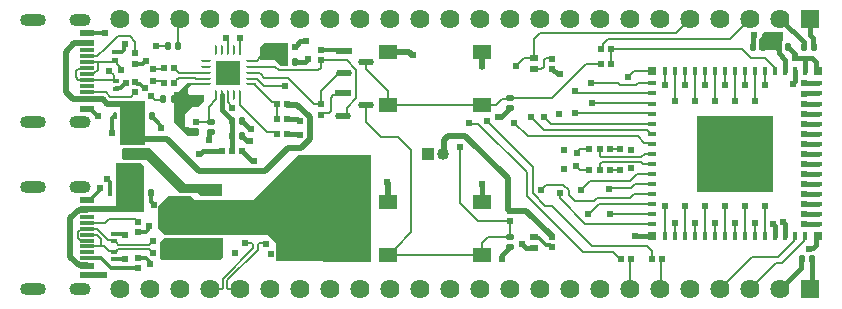
<source format=gtl>
G04*
G04 #@! TF.GenerationSoftware,Altium Limited,Altium Designer,25.4.2 (15)*
G04*
G04 Layer_Physical_Order=1*
G04 Layer_Color=255*
%FSLAX25Y25*%
%MOIN*%
G70*
G04*
G04 #@! TF.SameCoordinates,6D7273DC-0862-4ADB-9A81-04C38C25D803*
G04*
G04*
G04 #@! TF.FilePolarity,Positive*
G04*
G01*
G75*
%ADD11C,0.00600*%
%ADD16R,0.02362X0.02126*%
G04:AMPARAMS|DCode=17|XSize=23.62mil|YSize=21.26mil|CornerRadius=5.63mil|HoleSize=0mil|Usage=FLASHONLY|Rotation=180.000|XOffset=0mil|YOffset=0mil|HoleType=Round|Shape=RoundedRectangle|*
%AMROUNDEDRECTD17*
21,1,0.02362,0.00999,0,0,180.0*
21,1,0.01235,0.02126,0,0,180.0*
1,1,0.01127,-0.00618,0.00500*
1,1,0.01127,0.00618,0.00500*
1,1,0.01127,0.00618,-0.00500*
1,1,0.01127,-0.00618,-0.00500*
%
%ADD17ROUNDEDRECTD17*%
%ADD18R,0.02362X0.01378*%
G04:AMPARAMS|DCode=19|XSize=23.62mil|YSize=21.26mil|CornerRadius=5.63mil|HoleSize=0mil|Usage=FLASHONLY|Rotation=90.000|XOffset=0mil|YOffset=0mil|HoleType=Round|Shape=RoundedRectangle|*
%AMROUNDEDRECTD19*
21,1,0.02362,0.00999,0,0,90.0*
21,1,0.01235,0.02126,0,0,90.0*
1,1,0.01127,0.00500,0.00618*
1,1,0.01127,0.00500,-0.00618*
1,1,0.01127,-0.00500,-0.00618*
1,1,0.01127,-0.00500,0.00618*
%
%ADD19ROUNDEDRECTD19*%
%ADD20R,0.02126X0.02362*%
%ADD21R,0.01378X0.02362*%
%ADD22R,0.06102X0.05118*%
%ADD23R,0.05343X0.02253*%
G04:AMPARAMS|DCode=24|XSize=53.43mil|YSize=22.53mil|CornerRadius=11.26mil|HoleSize=0mil|Usage=FLASHONLY|Rotation=0.000|XOffset=0mil|YOffset=0mil|HoleType=Round|Shape=RoundedRectangle|*
%AMROUNDEDRECTD24*
21,1,0.05343,0.00000,0,0,0.0*
21,1,0.03091,0.02253,0,0,0.0*
1,1,0.02253,0.01545,0.00000*
1,1,0.02253,-0.01545,0.00000*
1,1,0.02253,-0.01545,0.00000*
1,1,0.02253,0.01545,0.00000*
%
%ADD24ROUNDEDRECTD24*%
%ADD25R,0.03150X0.03150*%
%ADD26R,0.03150X0.01575*%
%ADD27R,0.01575X0.03150*%
%ADD28R,0.04724X0.04724*%
G04:AMPARAMS|DCode=29|XSize=33.06mil|YSize=9.55mil|CornerRadius=4.77mil|HoleSize=0mil|Usage=FLASHONLY|Rotation=270.000|XOffset=0mil|YOffset=0mil|HoleType=Round|Shape=RoundedRectangle|*
%AMROUNDEDRECTD29*
21,1,0.03306,0.00000,0,0,270.0*
21,1,0.02351,0.00955,0,0,270.0*
1,1,0.00955,0.00000,-0.01176*
1,1,0.00955,0.00000,0.01176*
1,1,0.00955,0.00000,0.01176*
1,1,0.00955,0.00000,-0.01176*
%
%ADD29ROUNDEDRECTD29*%
%ADD30R,0.04528X0.02362*%
%ADD31R,0.02756X0.02362*%
G04:AMPARAMS|DCode=32|XSize=125.98mil|YSize=68.9mil|CornerRadius=2.07mil|HoleSize=0mil|Usage=FLASHONLY|Rotation=90.000|XOffset=0mil|YOffset=0mil|HoleType=Round|Shape=RoundedRectangle|*
%AMROUNDEDRECTD32*
21,1,0.12598,0.06476,0,0,90.0*
21,1,0.12185,0.06890,0,0,90.0*
1,1,0.00413,0.03238,0.06093*
1,1,0.00413,0.03238,-0.06093*
1,1,0.00413,-0.03238,-0.06093*
1,1,0.00413,-0.03238,0.06093*
%
%ADD32ROUNDEDRECTD32*%
G04:AMPARAMS|DCode=33|XSize=35.43mil|YSize=68.9mil|CornerRadius=1.95mil|HoleSize=0mil|Usage=FLASHONLY|Rotation=90.000|XOffset=0mil|YOffset=0mil|HoleType=Round|Shape=RoundedRectangle|*
%AMROUNDEDRECTD33*
21,1,0.03543,0.06500,0,0,90.0*
21,1,0.03154,0.06890,0,0,90.0*
1,1,0.00390,0.03250,0.01577*
1,1,0.00390,0.03250,-0.01577*
1,1,0.00390,-0.03250,-0.01577*
1,1,0.00390,-0.03250,0.01577*
%
%ADD33ROUNDEDRECTD33*%
%ADD34R,0.04528X0.01181*%
%ADD35R,0.00955X0.03306*%
G04:AMPARAMS|DCode=36|XSize=9.55mil|YSize=33.06mil|CornerRadius=4.77mil|HoleSize=0mil|Usage=FLASHONLY|Rotation=270.000|XOffset=0mil|YOffset=0mil|HoleType=Round|Shape=RoundedRectangle|*
%AMROUNDEDRECTD36*
21,1,0.00955,0.02351,0,0,270.0*
21,1,0.00000,0.03306,0,0,270.0*
1,1,0.00955,-0.01176,0.00000*
1,1,0.00955,-0.01176,0.00000*
1,1,0.00955,0.01176,0.00000*
1,1,0.00955,0.01176,0.00000*
%
%ADD36ROUNDEDRECTD36*%
%ADD47R,0.08071X0.08071*%
G04:AMPARAMS|DCode=53|XSize=39.37mil|YSize=70.87mil|CornerRadius=19.68mil|HoleSize=0mil|Usage=FLASHONLY|Rotation=270.000|XOffset=0mil|YOffset=0mil|HoleType=Round|Shape=RoundedRectangle|*
%AMROUNDEDRECTD53*
21,1,0.03937,0.03150,0,0,270.0*
21,1,0.00000,0.07087,0,0,270.0*
1,1,0.03937,-0.01575,0.00000*
1,1,0.03937,-0.01575,0.00000*
1,1,0.03937,0.01575,0.00000*
1,1,0.03937,0.01575,0.00000*
%
%ADD53ROUNDEDRECTD53*%
G04:AMPARAMS|DCode=54|XSize=39.37mil|YSize=86.61mil|CornerRadius=19.68mil|HoleSize=0mil|Usage=FLASHONLY|Rotation=270.000|XOffset=0mil|YOffset=0mil|HoleType=Round|Shape=RoundedRectangle|*
%AMROUNDEDRECTD54*
21,1,0.03937,0.04724,0,0,270.0*
21,1,0.00000,0.08661,0,0,270.0*
1,1,0.03937,-0.02362,0.00000*
1,1,0.03937,-0.02362,0.00000*
1,1,0.03937,0.02362,0.00000*
1,1,0.03937,0.02362,0.00000*
%
%ADD54ROUNDEDRECTD54*%
%ADD58R,0.01575X0.01575*%
%ADD59C,0.01500*%
%ADD60C,0.00603*%
%ADD61C,0.01200*%
%ADD62C,0.02000*%
%ADD63C,0.06400*%
%ADD64R,0.06400X0.06400*%
%ADD65R,0.04000X0.04000*%
%ADD66C,0.04000*%
%ADD67R,0.04000X0.04000*%
%ADD68C,0.02400*%
G36*
X255800Y87800D02*
X255600Y87600D01*
Y86121D01*
X255599Y86118D01*
Y84900D01*
X255557Y84400D01*
X248100D01*
X248000Y84441D01*
Y88189D01*
X248065Y88254D01*
X248073Y88273D01*
X248900Y89100D01*
Y89800D01*
X249600Y90500D01*
X255800D01*
Y87800D01*
D02*
G37*
G36*
X91000Y79300D02*
X88600D01*
X86600Y81300D01*
X81500D01*
Y85500D01*
X82900Y86900D01*
X91000D01*
Y79300D01*
D02*
G37*
G36*
X58500Y72512D02*
X57500Y71800D01*
Y70400D01*
X58100Y69700D01*
X62400D01*
X63000Y69100D01*
Y67671D01*
X60929Y65600D01*
X58800D01*
X56550Y63350D01*
Y59300D01*
X57050Y58800D01*
X58019D01*
Y58638D01*
X61100D01*
Y56200D01*
Y56000D01*
X57700Y56000D01*
X53100Y60600D01*
X53100Y70700D01*
X54600D01*
X57412Y73600D01*
X58500D01*
Y72512D01*
D02*
G37*
G36*
X43300Y53020D02*
X36000D01*
X35901Y53000D01*
X35000D01*
Y60519D01*
X35009D01*
Y64881D01*
X35000D01*
Y67500D01*
X43300D01*
Y53020D01*
D02*
G37*
G36*
X227900Y62600D02*
X252600D01*
Y37200D01*
X227556D01*
X227204Y37555D01*
X227392Y62456D01*
X227854Y62646D01*
X227900Y62600D01*
D02*
G37*
G36*
X57000Y40000D02*
X69000D01*
Y36000D01*
X62000D01*
X61000Y37000D01*
X55000D01*
X44000Y48000D01*
X37895Y48000D01*
X37895Y48000D01*
X37105D01*
X37105Y48000D01*
X36000D01*
X35500Y48500D01*
X35500Y51500D01*
X36000Y52000D01*
X45000D01*
X57000Y40000D01*
D02*
G37*
G36*
X118700Y14156D02*
X118344Y13806D01*
X86855Y14300D01*
Y20253D01*
X84208Y22900D01*
X49900D01*
X47600Y25200D01*
Y32400D01*
X51000Y35800D01*
X58500Y35800D01*
X59700Y34600D01*
X79279D01*
X94779Y49400D01*
X118700D01*
Y14156D01*
D02*
G37*
G36*
X35922Y46996D02*
X36000Y46980D01*
X36000D01*
D01*
X37105D01*
X37105Y46980D01*
X37895D01*
X37895Y46980D01*
X41720Y46980D01*
X42900Y45800D01*
Y30400D01*
X33700D01*
X33500Y30600D01*
Y47000D01*
X35901D01*
X35922Y46996D01*
D02*
G37*
G36*
X69400Y15700D02*
X68200Y14500D01*
X48800D01*
X48300Y15000D01*
Y20600D01*
X49500Y21800D01*
X69400D01*
Y15700D01*
D02*
G37*
D11*
X74968Y88368D02*
X75000Y88400D01*
X74968Y84573D02*
Y88368D01*
X74937Y84541D02*
X74968Y84573D01*
X31300Y28200D02*
X39883D01*
X40882Y27201D02*
X41000D01*
X23984Y26921D02*
X30021D01*
X39883Y28200D02*
X40882Y27201D01*
X30021Y26921D02*
X31300Y28200D01*
X154400Y59982D02*
X170600Y43782D01*
X30300Y85300D02*
X34200Y89200D01*
X83091Y75300D02*
X91000D01*
X99700Y66600D01*
X101900Y62999D02*
X102463Y63562D01*
X104643D02*
X105229Y64148D01*
Y68629D02*
X106068Y69468D01*
X108843D01*
X192273Y19327D02*
X210653D01*
X179093Y68693D02*
X190400Y80000D01*
X148400Y33376D02*
Y52300D01*
Y33376D02*
X154178Y27598D01*
X155650Y66142D02*
X160249D01*
X165000Y68693D02*
X179093D01*
X160249Y66142D02*
X162319Y68212D01*
X176782Y32600D02*
X179000D01*
X190400Y80000D02*
X195299D01*
X124350Y66142D02*
X155650D01*
X164519Y68212D02*
X165000Y68693D01*
X162319Y68212D02*
X164519D01*
X124350Y66142D02*
Y70950D01*
X117000Y78300D02*
X124350Y70950D01*
X117000Y78300D02*
Y80600D01*
X173000Y81870D02*
Y88300D01*
X198701Y80000D02*
Y85000D01*
X242272D01*
X212355Y63373D02*
X212382Y63346D01*
X45200Y69100D02*
X45579D01*
X83179Y84400D02*
X84279Y85500D01*
X80554Y75009D02*
X82963Y72600D01*
X27421Y82421D02*
X30300Y85300D01*
X46679Y68000D02*
X49706D01*
X78541Y78969D02*
X86769D01*
X53317Y66662D02*
X55500Y64479D01*
X30136Y70610D02*
X30300Y70446D01*
X71023Y67056D02*
Y69436D01*
X71000Y84541D02*
Y87700D01*
X54193Y94193D02*
X55000Y95000D01*
X72307Y61000D02*
Y61118D01*
X54193Y86000D02*
Y94193D01*
X64500Y60693D02*
Y65500D01*
X70200Y88500D02*
X71000Y87700D01*
X67063Y68063D02*
Y69459D01*
X81391Y77000D02*
X81937Y76454D01*
X83091Y75300D01*
X86736Y67181D02*
X87299Y66618D01*
X79672Y73063D02*
X85553Y67181D01*
X87299Y61500D02*
Y66500D01*
Y66618D01*
X85553Y67181D02*
X86736D01*
X78541Y73063D02*
X79672D01*
X47000Y86000D02*
X50807D01*
X45579Y69100D02*
X46679Y68000D01*
X64496Y60697D02*
X64500Y60693D01*
X46900Y85900D02*
X47000Y86000D01*
X55500Y59000D02*
Y64479D01*
X59504Y60697D02*
X64496D01*
X59500Y60701D02*
X59504Y60697D01*
X53317Y66662D02*
Y68708D01*
X57638Y73063D02*
X63459D01*
X194628Y33228D02*
X212382D01*
X198382Y29882D02*
X212382D01*
X191100Y29700D02*
X194628Y33228D01*
X169470Y81870D02*
X173000D01*
X166800Y79200D02*
X169470Y81870D01*
X170600Y35953D02*
Y43782D01*
Y35953D02*
X189226Y17327D01*
X200882Y15681D02*
X201236D01*
X100919Y77819D02*
X101800Y78700D01*
X207600Y55713D02*
X209718Y53594D01*
X212094D02*
X212382Y53307D01*
X209718Y53594D02*
X212094D01*
X170787Y55713D02*
X207600D01*
X74937Y66263D02*
X84019Y57181D01*
X74937Y66263D02*
Y66700D01*
X71023Y67056D02*
X72400Y65679D01*
X74937Y66700D02*
Y69459D01*
X78541Y77000D02*
X81391D01*
X80563Y80937D02*
X81726Y82100D01*
X55500Y59000D02*
X56638Y57862D01*
X82800Y84400D02*
X83179D01*
X84279Y85500D02*
X89799D01*
X179000Y32600D02*
X192273Y19327D01*
X210653D02*
X212299Y17681D01*
X211307Y56941D02*
X211595Y56653D01*
X207522Y73386D02*
X212382D01*
X171900Y62072D02*
X176259Y57713D01*
X210721D02*
X211307Y57127D01*
X192100Y73600D02*
X201100D01*
X201779Y72921D01*
X211595Y56653D02*
X212382D01*
X172600Y36782D02*
Y45600D01*
X201779Y72921D02*
X207057D01*
X207522Y73386D01*
X212299Y15000D02*
Y17681D01*
X78564Y75009D02*
X80554D01*
X172600Y36782D02*
X176782Y32600D01*
X78541Y75032D02*
X78564Y75009D01*
X253039Y77807D02*
X253327Y77520D01*
X250011Y81972D02*
X253039Y78944D01*
X101800Y81099D02*
X110535D01*
X110480Y65186D02*
X113687Y68393D01*
X175429Y78130D02*
X176313Y79014D01*
X253039Y77807D02*
Y78944D01*
X101800Y78700D02*
Y81099D01*
X242272Y85000D02*
X245300Y81972D01*
X113687Y68393D02*
Y77948D01*
X166300Y60200D02*
X170787Y55713D01*
X245300Y81972D02*
X250011D01*
X109902Y62560D02*
X110480Y63138D01*
X192454Y66746D02*
X212328D01*
X110480Y63138D02*
Y65186D01*
X195299Y85000D02*
X195862Y85563D01*
X110535Y81099D02*
X113687Y77948D01*
X109415Y62560D02*
X109902D01*
X71000Y69459D02*
X71023Y69436D01*
X189226Y17327D02*
X199236D01*
X157200Y61000D02*
X172600Y45600D01*
X249980Y77520D02*
X249990Y77510D01*
X206203Y36575D02*
X212382D01*
X38562Y69000D02*
X39982Y70420D01*
X108843Y69468D02*
X109415Y70040D01*
X102463Y63562D02*
X104643D01*
X99700Y66600D02*
X101701D01*
X101900Y66401D01*
X86769Y78969D02*
X87918Y77819D01*
X155650Y20114D02*
X157728Y22193D01*
X124843Y16142D02*
X126902Y18201D01*
X122000Y55600D02*
X127700D01*
X132100Y23891D02*
Y51200D01*
X116900Y60700D02*
Y66300D01*
X127700Y55600D02*
X132100Y51200D01*
X87918Y77819D02*
X100919D01*
X157728Y22193D02*
X165000D01*
X126902Y18201D02*
Y18693D01*
X132100Y23891D01*
X154178Y27598D02*
X165000D01*
X124350Y16142D02*
X155650D01*
X165000Y22193D02*
Y27598D01*
X124350Y16142D02*
X124843D01*
X155650D02*
Y20114D01*
X116900Y60700D02*
X122000Y55600D01*
X249990Y73010D02*
Y77510D01*
Y73010D02*
X250000Y73000D01*
X211307Y56941D02*
Y57127D01*
X58937Y57862D02*
X59500Y57299D01*
X215350Y5350D02*
Y14650D01*
X69023Y66700D02*
X69032Y66709D01*
X215350Y14650D02*
X215701Y15000D01*
X205100Y14900D02*
X205201Y15000D01*
X89799Y85500D02*
X89803Y85496D01*
X56638Y57862D02*
X58937D01*
X205000Y5000D02*
X205100Y5100D01*
Y14900D01*
X89803Y80504D02*
X89807Y80500D01*
X64500Y65500D02*
X67063Y68063D01*
X215000Y5000D02*
X215350Y5350D01*
X107970Y76860D02*
X109515D01*
X101900Y66401D02*
Y70790D01*
X187740Y70039D02*
X212382D01*
X101900Y70790D02*
X107970Y76860D01*
X105229Y64148D02*
Y68629D01*
X239941Y77520D02*
X239970Y77490D01*
X246649Y67544D02*
Y77505D01*
X216516Y73020D02*
Y77520D01*
Y22402D02*
Y32362D01*
X249980Y22402D02*
Y32362D01*
X246634Y22402D02*
Y26902D01*
X243287Y22402D02*
Y32362D01*
X239941Y22402D02*
Y26902D01*
X236595Y22402D02*
Y32362D01*
X233248Y22402D02*
Y26902D01*
X229902Y22402D02*
Y32362D01*
X226555Y22402D02*
Y26902D01*
X239970Y67529D02*
Y77490D01*
Y67529D02*
X240000Y67500D01*
X236595Y73020D02*
Y77520D01*
X243287Y73020D02*
Y77520D01*
X204412Y75621D02*
X206310Y77520D01*
X233248Y67559D02*
Y77520D01*
X263079Y22114D02*
X263366Y22402D01*
X186627Y63373D02*
X212355D01*
X212328Y66746D02*
X212382Y66693D01*
X192400Y66800D02*
X192454Y66746D01*
X186600Y63400D02*
X186627Y63373D01*
X188600Y37900D02*
Y38000D01*
X190065Y26535D02*
X212382D01*
X181500Y35100D02*
Y37000D01*
Y35100D02*
X190065Y26535D01*
X198300Y38400D02*
X205200D01*
X198100Y38200D02*
X198300Y38400D01*
X206721Y39921D02*
X212382D01*
X186879Y70900D02*
X187740Y70039D01*
X186500Y70900D02*
X186879D01*
X178600Y60000D02*
X212382D01*
X176400Y62200D02*
X178600Y60000D01*
X178996Y81705D02*
X179000Y81701D01*
X173000Y78130D02*
X175429D01*
X176313Y79014D02*
Y81113D01*
X176905Y81705D01*
X178996D01*
X206310Y77520D02*
X212382D01*
X204390Y75621D02*
X204412D01*
X82963Y72600D02*
X89882D01*
X175000Y90300D02*
X220300D01*
X173000Y88300D02*
X175000Y90300D01*
X220300D02*
X225000Y95000D01*
X75693Y55916D02*
Y56000D01*
X87299Y56500D02*
Y56618D01*
X253485Y13485D02*
X255586D01*
X205200Y38400D02*
X206721Y39921D01*
X86736Y57181D02*
X87299Y56618D01*
X84019Y57181D02*
X86736D01*
X75693Y60882D02*
Y61000D01*
X259732Y20823D02*
Y22114D01*
X260020Y22402D01*
X245485Y15485D02*
X254394D01*
X235000Y5000D02*
X245485Y15485D01*
X254394D02*
X259732Y20823D01*
X263079Y20977D02*
Y22114D01*
X255586Y13485D02*
X263079Y20977D01*
X245000Y5000D02*
X253485Y13485D01*
X30300Y70446D02*
X31746Y69000D01*
X53300Y68725D02*
X57638Y73063D01*
X53300Y68725D02*
X53317Y68708D01*
X39982Y70420D02*
X40100D01*
X78541Y80937D02*
X80563D01*
X23984Y70610D02*
X30136D01*
X81726Y82100D02*
X82000D01*
X31746Y69000D02*
X38562D01*
X40100Y83421D02*
Y87300D01*
X23984Y82421D02*
X27421D01*
X34200Y89200D02*
X38200D01*
X40100Y87300D01*
X219862Y22402D02*
Y26902D01*
X223209Y73020D02*
Y77520D01*
X219862Y67559D02*
Y77520D01*
X226555Y67559D02*
Y77520D01*
X223209Y22402D02*
Y32362D01*
X229902Y73020D02*
Y77520D01*
X207239Y43268D02*
X212382D01*
X188600Y38000D02*
X191500Y40900D01*
X204872D02*
X207239Y43268D01*
X191500Y40900D02*
X204872D01*
X171900Y62072D02*
Y62100D01*
X176259Y57713D02*
X210721D01*
X197635Y88300D02*
X238300D01*
X245000Y95000D01*
X195862Y86527D02*
X197635Y88300D01*
X195862Y85563D02*
Y86527D01*
X202362Y14319D02*
X202407D01*
X201236Y15681D02*
X201799Y15118D01*
X199236Y17327D02*
X200882Y15681D01*
X151200Y60100D02*
X151318Y59982D01*
X154400D01*
X201799Y14882D02*
Y15118D01*
X72400Y65300D02*
Y65679D01*
X192872Y34300D02*
X193800Y35228D01*
X186482Y34300D02*
X192872D01*
X204857Y35228D02*
X206203Y36575D01*
X177100Y39700D02*
X182618D01*
X184550Y37768D01*
Y36232D02*
X186482Y34300D01*
X193800Y35228D02*
X204857D01*
X184550Y36232D02*
Y37768D01*
X175300Y37900D02*
X177100Y39700D01*
D16*
X60200Y57299D02*
D03*
Y60701D02*
D03*
X40100Y70420D02*
D03*
Y73821D02*
D03*
Y83421D02*
D03*
Y80020D02*
D03*
X41100Y15200D02*
D03*
X41000Y23799D02*
D03*
X101900Y62999D02*
D03*
Y66401D02*
D03*
X101800Y84501D02*
D03*
Y81099D02*
D03*
X179000Y78299D02*
D03*
Y81701D02*
D03*
Y22201D02*
D03*
Y18799D02*
D03*
X41000Y27201D02*
D03*
X41100Y11798D02*
D03*
X165000Y31000D02*
D03*
Y27598D02*
D03*
D17*
X65200Y60693D02*
D03*
Y57307D02*
D03*
X165000Y68693D02*
D03*
Y65307D02*
D03*
Y18807D02*
D03*
X56500Y34707D02*
D03*
X57800Y23993D02*
D03*
X52800D02*
D03*
X56500Y38093D02*
D03*
X57800Y20607D02*
D03*
X52800D02*
D03*
X165000Y22193D02*
D03*
D18*
X33600Y71700D02*
D03*
Y74259D02*
D03*
X33400Y83880D02*
D03*
Y81321D02*
D03*
X33000Y23280D02*
D03*
Y14720D02*
D03*
Y17279D02*
D03*
Y20720D02*
D03*
D19*
X52793Y68100D02*
D03*
X49407D02*
D03*
X45586Y62600D02*
D03*
X42200D02*
D03*
X41807Y37000D02*
D03*
X45193D02*
D03*
X266193Y85500D02*
D03*
X257693D02*
D03*
X245807D02*
D03*
X262307Y15000D02*
D03*
X93193Y80500D02*
D03*
X50807Y86000D02*
D03*
X75693Y61000D02*
D03*
Y56000D02*
D03*
X262807Y85500D02*
D03*
X265693Y15000D02*
D03*
X72307Y56000D02*
D03*
Y61000D02*
D03*
X54193Y86000D02*
D03*
X89807Y80500D02*
D03*
X249193Y85500D02*
D03*
X254307D02*
D03*
D20*
X87299Y61500D02*
D03*
X90701D02*
D03*
X87299Y66500D02*
D03*
X90701D02*
D03*
X87299Y56500D02*
D03*
X90701D02*
D03*
X49499Y78600D02*
D03*
X52901D02*
D03*
X49499Y73600D02*
D03*
X52901D02*
D03*
X75600Y51000D02*
D03*
X72198D02*
D03*
X201799Y15000D02*
D03*
X205201D02*
D03*
X72201Y51000D02*
D03*
X68799D02*
D03*
X89799Y85500D02*
D03*
X93201D02*
D03*
X198701Y85000D02*
D03*
X195299D02*
D03*
X212299Y15000D02*
D03*
X215701D02*
D03*
X198701Y80000D02*
D03*
X195299D02*
D03*
X194801Y51400D02*
D03*
X191399D02*
D03*
X194799Y44700D02*
D03*
X191398D02*
D03*
X194799Y51400D02*
D03*
X198201D02*
D03*
X194799Y44700D02*
D03*
X198201D02*
D03*
D21*
X33321Y62700D02*
D03*
X35879D02*
D03*
X31721Y37000D02*
D03*
X34280D02*
D03*
D22*
X155650Y66142D02*
D03*
X124350D02*
D03*
X155650Y83858D02*
D03*
X124350D02*
D03*
X155650Y33858D02*
D03*
X124350D02*
D03*
Y16142D02*
D03*
X155650D02*
D03*
D23*
X109515Y84340D02*
D03*
X109415Y70040D02*
D03*
D24*
X109515Y76860D02*
D03*
X117000Y80600D02*
D03*
X109415Y62560D02*
D03*
X116900Y66300D02*
D03*
D25*
X267500Y77520D02*
D03*
X212382D02*
D03*
X267500Y22402D02*
D03*
X212382D02*
D03*
D26*
X267500Y73386D02*
D03*
Y63346D02*
D03*
Y66693D02*
D03*
Y60000D02*
D03*
Y70039D02*
D03*
Y56653D02*
D03*
Y53307D02*
D03*
Y46614D02*
D03*
Y49961D02*
D03*
Y43268D02*
D03*
Y36575D02*
D03*
Y39921D02*
D03*
Y33228D02*
D03*
Y26535D02*
D03*
Y29882D02*
D03*
X212382Y73386D02*
D03*
Y70039D02*
D03*
Y66693D02*
D03*
Y63346D02*
D03*
Y60000D02*
D03*
Y56653D02*
D03*
Y53307D02*
D03*
Y49961D02*
D03*
Y46614D02*
D03*
Y43268D02*
D03*
Y39921D02*
D03*
Y36575D02*
D03*
Y33228D02*
D03*
Y29882D02*
D03*
Y26535D02*
D03*
D27*
X263366Y77520D02*
D03*
X260020D02*
D03*
X253327Y22402D02*
D03*
X256673D02*
D03*
Y77520D02*
D03*
X253327D02*
D03*
X249980D02*
D03*
X246634D02*
D03*
X243287D02*
D03*
X239941D02*
D03*
X236595D02*
D03*
X233248D02*
D03*
X229902D02*
D03*
X226555D02*
D03*
X223209D02*
D03*
X219862D02*
D03*
X216516D02*
D03*
Y22402D02*
D03*
X219862D02*
D03*
X223209D02*
D03*
X226555D02*
D03*
X229902D02*
D03*
X233248D02*
D03*
X236595D02*
D03*
X239941D02*
D03*
X243287D02*
D03*
X246634D02*
D03*
X249980D02*
D03*
X260020D02*
D03*
X263366D02*
D03*
D28*
X239941Y56457D02*
D03*
X233445D02*
D03*
X246437Y49961D02*
D03*
Y43465D02*
D03*
X239941D02*
D03*
Y49961D02*
D03*
X233445D02*
D03*
Y43465D02*
D03*
D29*
X71000Y84541D02*
D03*
Y69459D02*
D03*
X72969Y84541D02*
D03*
X69032D02*
D03*
X67063D02*
D03*
Y69459D02*
D03*
X69032D02*
D03*
X72969D02*
D03*
X74937D02*
D03*
D30*
X23984Y90098D02*
D03*
Y64902D02*
D03*
Y34598D02*
D03*
Y9402D02*
D03*
Y68051D02*
D03*
Y86949D02*
D03*
Y31449D02*
D03*
Y12551D02*
D03*
D31*
X173000Y18630D02*
D03*
Y78130D02*
D03*
Y81870D02*
D03*
Y22370D02*
D03*
D32*
X89906Y29000D02*
D03*
D33*
X65300D02*
D03*
Y38055D02*
D03*
Y19945D02*
D03*
D34*
X23984Y84390D02*
D03*
Y82421D02*
D03*
Y80453D02*
D03*
Y78484D02*
D03*
Y76516D02*
D03*
Y74547D02*
D03*
Y72579D02*
D03*
Y70610D02*
D03*
Y15110D02*
D03*
Y17079D02*
D03*
Y19047D02*
D03*
Y21016D02*
D03*
Y22984D02*
D03*
Y24953D02*
D03*
Y26921D02*
D03*
Y28890D02*
D03*
D35*
X74937Y84541D02*
D03*
D36*
X63459Y80937D02*
D03*
Y78969D02*
D03*
Y77000D02*
D03*
Y75032D02*
D03*
Y73063D02*
D03*
X78541D02*
D03*
Y75032D02*
D03*
Y77000D02*
D03*
Y78969D02*
D03*
Y80937D02*
D03*
D47*
X71000Y77000D02*
D03*
D53*
X21721Y94508D02*
D03*
Y39008D02*
D03*
Y60492D02*
D03*
Y4992D02*
D03*
D54*
X5972Y94508D02*
D03*
Y60492D02*
D03*
Y39008D02*
D03*
Y4992D02*
D03*
D58*
X246437Y56457D02*
D03*
D59*
X259300Y73200D02*
Y73444D01*
X260020Y74163D02*
Y77520D01*
X259300Y73444D02*
X260020Y74163D01*
X256673Y22402D02*
Y26483D01*
X256100Y27057D02*
X256673Y26483D01*
X256100Y27057D02*
Y27300D01*
X252680Y26433D02*
X253327Y25786D01*
X252680Y26433D02*
Y26676D01*
X253327Y22402D02*
Y25786D01*
X250600Y88556D02*
Y88800D01*
X249506Y85931D02*
Y87462D01*
X249193Y85618D02*
X249506Y85931D01*
Y87462D02*
X250600Y88556D01*
X245807Y85500D02*
Y88863D01*
X246200Y89257D02*
Y89500D01*
X245807Y88863D02*
X246200Y89257D01*
X254307Y85500D02*
X254620Y85187D01*
Y83398D02*
Y85187D01*
Y83398D02*
X256673Y81344D01*
Y77520D02*
Y81344D01*
X180817Y76600D02*
X181578D01*
X206700Y22400D02*
X206702Y22402D01*
X162300Y14800D02*
Y16225D01*
X89803Y80622D02*
X89807Y80618D01*
X89494Y80931D02*
X89803Y80622D01*
Y85496D01*
Y80504D02*
Y80622D01*
X72307Y56000D02*
Y61000D01*
Y51000D02*
Y56000D01*
X75693Y55882D02*
Y55916D01*
Y55882D02*
X77303Y54272D01*
X78228D01*
X78400Y54100D01*
X75693Y60882D02*
X78375Y58200D01*
X78600D01*
X62643Y51000D02*
X68799D01*
X61300Y49900D02*
X61544D01*
X62643Y51000D01*
X265500Y81900D02*
X267024Y80376D01*
X265880Y85813D02*
Y88670D01*
Y85813D02*
X266193Y85500D01*
X267024Y77995D02*
X267500Y77520D01*
X267024Y77995D02*
Y80376D01*
X265000Y89550D02*
X265880Y88670D01*
X262650Y81900D02*
X265500D01*
X265000Y89550D02*
Y95000D01*
X263000Y73386D02*
X267500D01*
X263000Y60000D02*
X267500D01*
X263000Y56653D02*
X267500D01*
X263000Y53307D02*
X267500D01*
X263000Y66693D02*
X267500D01*
X263000Y70039D02*
X267500D01*
X263000Y63346D02*
X267500D01*
X259800Y81900D02*
Y83275D01*
X257693Y85382D02*
X259800Y83275D01*
Y81900D02*
X262650D01*
X257693Y85382D02*
Y85500D01*
X262650Y81900D02*
X263366Y81184D01*
Y77520D02*
Y81184D01*
X263000Y43268D02*
X267500D01*
X263000Y39921D02*
X267500D01*
X263000Y36575D02*
X267500D01*
X263000Y33228D02*
X267500D01*
X263000Y49961D02*
X267500D01*
X263000Y46614D02*
X267500D01*
X266935Y21836D02*
X267500Y22402D01*
X266935Y19635D02*
Y21836D01*
X265788Y18488D02*
X266935Y19635D01*
X264597Y18316D02*
X264769Y18488D01*
X265788D01*
X263000Y26535D02*
X267500D01*
X263000Y29882D02*
X267500D01*
X261994Y14687D02*
X262307Y15000D01*
X261994Y11994D02*
Y14687D01*
X255000Y5000D02*
X261994Y11994D01*
X206702Y22402D02*
X212382D01*
X93193Y80500D02*
X96700D01*
X97600Y81400D01*
X164687Y64994D02*
X165000Y65307D01*
X164569Y64994D02*
X164687D01*
X160972Y62272D02*
X161847D01*
X164569Y64994D01*
X160800Y62100D02*
X160972Y62272D01*
X94757Y60800D02*
X95000D01*
X90701Y61500D02*
X94056D01*
X94757Y60800D01*
X94257Y56500D02*
X94656Y56100D01*
X94900D01*
X90701Y56500D02*
X94257D01*
X155650Y39850D02*
X155700Y39900D01*
X155650Y33858D02*
Y39850D01*
X169028Y20000D02*
X170329Y18700D01*
X169000Y20000D02*
X169028D01*
X164882Y18807D02*
X165000D01*
X172930Y18700D02*
X173000Y18630D01*
X170329Y18700D02*
X172930D01*
X162300Y16225D02*
X164882Y18807D01*
X64500Y54700D02*
Y57307D01*
X82000Y82100D02*
X88207D01*
X89807Y80500D02*
Y80618D01*
X89376Y80931D02*
X89494D01*
X88207Y82100D02*
X89376Y80931D01*
X78982Y47500D02*
X79500D01*
X75600Y50882D02*
X78982Y47500D01*
X75600Y50882D02*
Y51000D01*
X69023Y64403D02*
X72307Y61118D01*
X69023Y64403D02*
Y66700D01*
X69032Y66709D02*
Y69459D01*
X95101Y87400D02*
X97100D01*
X93632Y85931D02*
X95101Y87400D01*
X93514Y85931D02*
X93632D01*
X93201Y85618D02*
X93514Y85931D01*
X93201Y85500D02*
Y85618D01*
X179118Y78299D02*
X180817Y76600D01*
X179000Y78299D02*
X179118D01*
X265000Y5000D02*
X265693Y5693D01*
Y15000D01*
X254300Y88700D02*
X254307Y88693D01*
Y85500D02*
Y88693D01*
X255000Y95000D02*
X262807Y87193D01*
Y85500D02*
Y87193D01*
D60*
X33900Y79903D02*
X34376Y79426D01*
Y79410D02*
X35400Y78386D01*
Y77900D02*
Y78386D01*
X31400Y77589D02*
Y77700D01*
Y77589D02*
X32833Y76156D01*
Y74867D02*
Y76156D01*
X34376Y79410D02*
Y79426D01*
X27500Y80447D02*
X33894D01*
X33900Y80441D01*
Y79903D02*
Y80441D01*
X32833Y74867D02*
X33171Y74528D01*
X33761D01*
X23990Y80447D02*
X27500D01*
X23984Y80453D02*
X23990Y80447D01*
X69298Y8298D02*
X79399Y18398D01*
X80801Y17817D02*
Y19697D01*
X70701Y5353D02*
Y7717D01*
X80801Y17817D01*
X69298Y5353D02*
Y8298D01*
X79399Y18398D02*
Y19697D01*
X80801D02*
X81155Y20050D01*
X78895Y20200D02*
X79399Y19697D01*
X76700Y20200D02*
X78895D01*
X52901Y73718D02*
X53662Y74480D01*
X52901Y73600D02*
Y73718D01*
X53662Y74480D02*
X53780D01*
X54615Y75314D02*
X60086D01*
X24052Y74480D02*
X33600D01*
X23869Y74663D02*
X24052Y74480D01*
X27500Y77871D02*
Y80447D01*
X26434Y76805D02*
X27500Y77871D01*
X24273Y76805D02*
X26434D01*
X23984Y76516D02*
X24273Y76805D01*
X20200Y75500D02*
Y77700D01*
X23869Y78369D02*
X23984Y78484D01*
X20200Y75500D02*
X21037Y74663D01*
X20869Y78369D02*
X23869D01*
X20200Y77700D02*
X20869Y78369D01*
X21037Y74663D02*
X23869D01*
X46000Y74100D02*
X48999D01*
X49499Y73600D01*
X48999Y78100D02*
X49499Y78600D01*
X46000Y78100D02*
X48999D01*
X60086Y75314D02*
X60369Y75032D01*
X63459D01*
X52901Y78482D02*
Y78600D01*
X54783Y76717D02*
X59100D01*
X60017D01*
X60300Y77000D01*
X53780Y77720D02*
X54783Y76717D01*
X52901Y78482D02*
X53662Y77720D01*
X53780D01*
X60300Y77000D02*
X63459D01*
X53780Y74480D02*
X54615Y75314D01*
X32612Y21108D02*
X33000Y20720D01*
X30997Y21108D02*
X32612D01*
X27152Y24953D02*
X30997Y21108D01*
X23984Y24953D02*
X27152D01*
X28600Y19047D02*
X29653D01*
X31268Y17432D01*
X32847D02*
X33000Y17279D01*
X31268Y17432D02*
X32847D01*
X33000Y17279D02*
X33492D01*
X28600Y19047D02*
Y21600D01*
X27216Y22984D02*
X28600Y21600D01*
X23984Y22984D02*
X27216D01*
X23984Y19047D02*
X28600D01*
X23695Y21305D02*
X23984Y21016D01*
X21534Y21305D02*
X23695D01*
X20819Y22020D02*
X21534Y21305D01*
X20819Y22020D02*
Y23948D01*
X21534Y24664D01*
X23695D01*
X23984Y24953D01*
X44502Y19697D02*
X45790Y20985D01*
X39961Y19697D02*
X44502D01*
X39375Y18298D02*
X39380Y18294D01*
X39956Y19702D02*
X39961Y19697D01*
X39380Y18294D02*
X44502D01*
X45790Y20985D02*
Y20990D01*
X44502Y18294D02*
X45795Y17000D01*
X34233Y19702D02*
X39956D01*
X45795Y17000D02*
X45800D01*
X34233Y18298D02*
X39375D01*
X33492Y17279D02*
X33880Y17667D01*
Y17945D01*
X34233Y18298D01*
X33880Y20055D02*
X34233Y19702D01*
X33880Y20055D02*
Y20333D01*
X33000Y20720D02*
X33492D01*
X33880Y20333D01*
X187100Y45900D02*
X188300Y44700D01*
X191398D01*
X187200Y50200D02*
X188400Y51400D01*
X191399D01*
X65000Y5000D02*
X68945D01*
X69298Y5353D01*
X71055Y5000D02*
X75000D01*
X70701Y5353D02*
X71055Y5000D01*
X81155Y20050D02*
X83350D01*
X83500Y19900D01*
X198201Y44700D02*
X201700D01*
X198201Y51400D02*
X201700D01*
X209386Y46614D02*
X212382D01*
X208652Y47348D02*
X209386Y46614D01*
X195502Y47348D02*
X208652D01*
X208651Y48751D02*
X209861Y49961D01*
X195309Y48751D02*
X208651D01*
X209861Y49961D02*
X212382D01*
X194799Y44700D02*
Y46646D01*
X195502Y47348D01*
X194801Y49259D02*
Y51400D01*
Y49259D02*
X195309Y48751D01*
D61*
X35579Y83880D02*
X36341Y84641D01*
X33400Y83880D02*
X35579D01*
X36341Y84641D02*
Y86270D01*
X36570Y86500D01*
X45201Y36882D02*
X45406Y36677D01*
Y34019D02*
X46200Y33225D01*
X45406Y34019D02*
Y36677D01*
X46200Y32900D02*
Y33225D01*
X59100Y68079D02*
X59521Y68500D01*
X61800D01*
X55500Y64479D02*
X59100Y68079D01*
X236700Y46720D02*
X239941Y49961D01*
X236700Y46700D02*
Y46720D01*
X109435Y84421D02*
X109515Y84340D01*
X101880Y84421D02*
X109435D01*
X101800Y84501D02*
X101880Y84421D01*
X178882Y18799D02*
X179000D01*
X178293Y19388D02*
X178882Y18799D01*
X177094Y19388D02*
X178293D01*
X174693Y21789D02*
X177094Y19388D01*
X173581Y21789D02*
X174693D01*
X173000Y22370D02*
X173581Y21789D01*
X32450Y56850D02*
X32500Y56800D01*
X32400Y56900D02*
X32450Y56850D01*
X32400Y61887D02*
X33321Y62808D01*
X27584Y62500D02*
X27700D01*
X27468D02*
X27584D01*
X36475Y22725D02*
X36500Y22700D01*
X35921Y23280D02*
X36475Y22725D01*
X33000Y14720D02*
X36579D01*
X48370Y58630D02*
Y59697D01*
X45586Y62482D02*
X48370Y59697D01*
Y58630D02*
X48600Y58400D01*
X65281Y38074D02*
X65300Y38055D01*
X56519Y38074D02*
X65281D01*
X56500Y38093D02*
X56519Y38074D01*
X56382Y38093D02*
X56500D01*
X44475Y50000D02*
X56382Y38093D01*
X37500Y50000D02*
X44475D01*
X42150Y62650D02*
X42200Y62600D01*
X35879Y62700D02*
X35930Y62650D01*
X39040D02*
X42150D01*
X35930D02*
X39040D01*
X33321Y62808D02*
Y63300D01*
X32400Y56900D02*
Y61887D01*
X29898Y90098D02*
X29900Y90100D01*
X23984Y90098D02*
X29898D01*
X45586Y62482D02*
Y62600D01*
X25067Y64902D02*
X27468Y62500D01*
X23984Y64902D02*
X25067D01*
X40100Y80020D02*
X42595D01*
X43375Y80800D01*
X43700D01*
X40563Y73358D02*
X41681D01*
X40100Y73821D02*
X40563Y73358D01*
X41681D02*
X43111Y71928D01*
X43436D01*
X35285Y72009D02*
X36675Y73400D01*
X37000D01*
X33689Y72009D02*
X35285D01*
X33600Y71921D02*
X33689Y72009D01*
X43643Y15200D02*
X44670Y14172D01*
Y13530D02*
Y14172D01*
X41100Y15200D02*
X43643D01*
X44670Y13530D02*
X44900Y13300D01*
X28477Y15110D02*
X31789Y11798D01*
X41100D01*
X23984Y15110D02*
X28477D01*
X34280Y37000D02*
X38043D01*
X41807D01*
X37500Y45000D02*
X41807Y40693D01*
Y37000D02*
Y40693D01*
X30700Y41500D02*
X31721Y40479D01*
Y37000D02*
Y40479D01*
X28200Y37732D02*
Y38600D01*
X25067Y34598D02*
X28200Y37732D01*
X23984Y34598D02*
X25067D01*
X43517Y23799D02*
X44370Y24653D01*
X41000Y23799D02*
X43517D01*
X44370Y24653D02*
Y25670D01*
X44600Y25900D01*
X33000Y23280D02*
X35921D01*
X36579Y14720D02*
X36600Y14700D01*
D62*
X98200Y54800D02*
Y62125D01*
X83200Y44300D02*
X90900Y52000D01*
X95400D01*
X98200Y54800D01*
X94007Y66319D02*
X98200Y62125D01*
X61200Y44300D02*
X83200D01*
X165000Y31000D02*
X170201D01*
X178819Y22382D01*
X178882Y22201D02*
X179000D01*
X178819Y22264D02*
Y22382D01*
Y22264D02*
X178882Y22201D01*
X56500Y29100D02*
Y34707D01*
X53700Y15800D02*
X57900D01*
X49550Y15850D02*
X53650D01*
X53700Y15800D01*
X49500Y15900D02*
X49550Y15850D01*
X142883Y50383D02*
Y54683D01*
X144200Y56000D01*
X149933D01*
X142500Y50000D02*
X142883Y50383D01*
X164200Y31161D02*
Y41733D01*
X149933Y56000D02*
X164200Y41733D01*
X57900Y20544D02*
X57981D01*
X57800D02*
X57900D01*
X52800Y20607D02*
X56419D01*
X57737D02*
X57800Y20544D01*
X87303Y30955D02*
X89848Y33500D01*
X97000D01*
X87303Y29000D02*
Y30955D01*
X23984Y9402D02*
X29498D01*
X37500Y55000D02*
X50500D01*
X61200Y44300D01*
X90764Y66319D02*
X94007D01*
X90701Y66382D02*
X90764Y66319D01*
X90701Y66382D02*
Y66500D01*
X39040Y62650D02*
Y64260D01*
X36800Y66500D02*
X39040Y64260D01*
X30711Y66500D02*
X36800D01*
X29159Y68051D02*
X30711Y66500D01*
X23984Y68051D02*
X29159D01*
X37500Y58900D02*
X39040Y60440D01*
Y62650D01*
X37500Y55000D02*
Y58900D01*
X19149Y68051D02*
X23984D01*
X16800Y70400D02*
X19149Y68051D01*
X16800Y70400D02*
Y84000D01*
X19749Y86949D01*
X23984D01*
Y31449D02*
X36872D01*
X38043Y32620D02*
Y37000D01*
X36872Y31449D02*
X38043Y32620D01*
X18400Y28423D02*
X21245Y31268D01*
X18400Y15577D02*
X21245Y12732D01*
X18400Y15577D02*
Y28423D01*
X23803Y31268D02*
X23984Y31449D01*
X21245Y31268D02*
X23803D01*
X21245Y12732D02*
X23803D01*
X23984Y12551D01*
X57800Y24056D02*
Y28992D01*
X52700Y24056D02*
Y28392D01*
X53300Y28992D01*
Y29100D01*
X48800D02*
X53300D01*
X55983D02*
X57800D01*
X57876Y29024D02*
X61985D01*
X62058Y28950D02*
X62647D01*
X61985Y29024D02*
X62058Y28950D01*
X57800Y29100D02*
X57876Y29024D01*
X53300Y29100D02*
X55050D01*
X57800Y20607D02*
X57837D01*
X57900Y20544D01*
X53700Y15800D02*
Y15908D01*
X52800Y16808D02*
X53700Y15908D01*
X52800Y16808D02*
Y20607D01*
X57981Y20544D02*
X58580Y19945D01*
X65300D01*
X49550Y15900D02*
X49600Y15850D01*
X29498Y9402D02*
X29500Y9400D01*
X123900Y40600D02*
X124350Y40150D01*
Y33858D02*
Y40150D01*
X239941Y56457D02*
Y61358D01*
X246437Y56457D02*
X251339D01*
X228543D02*
X233445D01*
X228500Y56500D02*
X228543Y56457D01*
X246437Y49961D02*
X251339D01*
X228543D02*
X233445D01*
X228543Y43465D02*
X233445D01*
X246437D02*
X251339D01*
X239941Y38563D02*
Y43465D01*
X131333Y83858D02*
X132392Y82800D01*
X132500D01*
X155650Y79050D02*
Y83858D01*
X155500Y78900D02*
X155650Y79050D01*
X124350Y83858D02*
X131333D01*
D63*
X255000Y95000D02*
D03*
X245000D02*
D03*
X235000D02*
D03*
X225000D02*
D03*
X215000D02*
D03*
X205000D02*
D03*
X195000D02*
D03*
X185000D02*
D03*
X175000D02*
D03*
X165000D02*
D03*
X155000D02*
D03*
X145000D02*
D03*
X135000D02*
D03*
X125000D02*
D03*
X115000D02*
D03*
X105000D02*
D03*
X95000D02*
D03*
X85000D02*
D03*
X75000D02*
D03*
X65000D02*
D03*
X55000D02*
D03*
X35000D02*
D03*
X45000D02*
D03*
X255000Y5000D02*
D03*
X35000D02*
D03*
X45000D02*
D03*
X55000D02*
D03*
X65000D02*
D03*
X75000D02*
D03*
X85000D02*
D03*
X95000D02*
D03*
X105000D02*
D03*
X115000D02*
D03*
X125000D02*
D03*
X135000D02*
D03*
X145000D02*
D03*
X155000D02*
D03*
X165000D02*
D03*
X175000D02*
D03*
X185000D02*
D03*
X195000D02*
D03*
X205000D02*
D03*
X215000D02*
D03*
X225000D02*
D03*
X235000D02*
D03*
X245000D02*
D03*
D64*
X265000Y95000D02*
D03*
Y5000D02*
D03*
D65*
X37500Y55000D02*
D03*
D66*
X142500Y50000D02*
D03*
X37500D02*
D03*
Y45000D02*
D03*
D67*
X137500Y50000D02*
D03*
D68*
X75000Y88400D02*
D03*
X106800Y46500D02*
D03*
X101900Y33500D02*
D03*
X97000D02*
D03*
X106800Y39700D02*
D03*
X97100Y46500D02*
D03*
Y39700D02*
D03*
X102000D02*
D03*
Y46500D02*
D03*
X106700Y33500D02*
D03*
X89882Y72600D02*
D03*
X78400Y54100D02*
D03*
X85200Y16600D02*
D03*
X83500Y19900D02*
D03*
X76700Y20200D02*
D03*
X95000Y60800D02*
D03*
X73200Y16800D02*
D03*
X79500Y47500D02*
D03*
X94900Y56100D02*
D03*
X78600Y58200D02*
D03*
X44900Y13300D02*
D03*
X53700Y15800D02*
D03*
X49500Y15900D02*
D03*
X57900Y15800D02*
D03*
X111800Y46500D02*
D03*
X116500Y33500D02*
D03*
X116600Y46500D02*
D03*
X111700Y33500D02*
D03*
X111800Y39700D02*
D03*
X116600D02*
D03*
X123900Y40600D02*
D03*
X155700Y39900D02*
D03*
X162272Y14800D02*
D03*
X169000Y20000D02*
D03*
X181500Y37000D02*
D03*
X191070Y29730D02*
D03*
X175300Y37900D02*
D03*
X198100Y38200D02*
D03*
X198352Y29911D02*
D03*
X188600Y37900D02*
D03*
X46200Y32900D02*
D03*
X45790Y20990D02*
D03*
X45800Y17000D02*
D03*
X57800Y29100D02*
D03*
X53300D02*
D03*
X48800D02*
D03*
X45200Y69100D02*
D03*
X44600Y25900D02*
D03*
X36555Y14746D02*
D03*
X36475Y22725D02*
D03*
X243258Y32392D02*
D03*
X236565D02*
D03*
X246678Y67515D02*
D03*
X240000Y67500D02*
D03*
X250000Y73000D02*
D03*
X262990Y29872D02*
D03*
X251382Y43421D02*
D03*
Y56413D02*
D03*
X262990Y39911D02*
D03*
X251382Y49917D02*
D03*
X262990Y53297D02*
D03*
Y46604D02*
D03*
Y33219D02*
D03*
Y36565D02*
D03*
X249951Y32392D02*
D03*
X262990Y43258D02*
D03*
Y49951D02*
D03*
X205300Y51300D02*
D03*
X243200Y53200D02*
D03*
X228500Y50004D02*
D03*
Y43508D02*
D03*
X239898Y38520D02*
D03*
X239984Y61402D02*
D03*
X236700Y53200D02*
D03*
X228500Y56500D02*
D03*
X236700Y46700D02*
D03*
X223179Y32392D02*
D03*
X229872D02*
D03*
X216486D02*
D03*
X243200Y46700D02*
D03*
X259300Y73200D02*
D03*
X243297Y73010D02*
D03*
X246200Y89500D02*
D03*
X254300Y88700D02*
D03*
X259800Y81900D02*
D03*
X262990Y73376D02*
D03*
X250600Y88800D02*
D03*
X256100Y27300D02*
D03*
X252680Y26676D02*
D03*
X206692Y22411D02*
D03*
X219852Y26911D02*
D03*
X226545D02*
D03*
X233238D02*
D03*
X246624D02*
D03*
X239931D02*
D03*
X264597Y18316D02*
D03*
X204390Y75621D02*
D03*
X219892Y67529D02*
D03*
X226585D02*
D03*
X233278D02*
D03*
X223218Y73010D02*
D03*
X216526D02*
D03*
X236604D02*
D03*
X229911D02*
D03*
X262990Y70029D02*
D03*
Y63337D02*
D03*
Y59990D02*
D03*
Y66683D02*
D03*
Y26526D02*
D03*
Y56644D02*
D03*
X31400Y77700D02*
D03*
X35400Y77900D02*
D03*
X36570Y86500D02*
D03*
X29473Y9427D02*
D03*
X192400Y66800D02*
D03*
X181578Y76600D02*
D03*
X176400Y62200D02*
D03*
X181200Y63300D02*
D03*
X97600Y81400D02*
D03*
X132500Y82800D02*
D03*
X82800Y84400D02*
D03*
X70200Y88500D02*
D03*
X48600Y58400D02*
D03*
X32450Y56850D02*
D03*
X46000Y74100D02*
D03*
X46900Y85900D02*
D03*
X43700Y80800D02*
D03*
X37000Y73400D02*
D03*
X46000Y78100D02*
D03*
X43436Y71928D02*
D03*
X30700Y41500D02*
D03*
X28200Y38600D02*
D03*
X27584Y62500D02*
D03*
X186500Y70900D02*
D03*
X183000Y44847D02*
D03*
X187200Y50200D02*
D03*
X187100Y45900D02*
D03*
X201700Y44700D02*
D03*
Y51400D02*
D03*
X186600Y63400D02*
D03*
X183100Y51100D02*
D03*
X192100Y73600D02*
D03*
X205200Y45047D02*
D03*
X157200Y61000D02*
D03*
X166300Y60200D02*
D03*
X155650Y79050D02*
D03*
X160800Y62100D02*
D03*
X151200Y60100D02*
D03*
X166800Y79200D02*
D03*
X171900Y62100D02*
D03*
X148400Y52300D02*
D03*
X68900Y74700D02*
D03*
X72900D02*
D03*
X68900Y79200D02*
D03*
X72400Y65300D02*
D03*
X61300Y49900D02*
D03*
X64500Y54700D02*
D03*
X72900Y79200D02*
D03*
X61800Y68500D02*
D03*
X29898Y90098D02*
D03*
X97100Y87400D02*
D03*
M02*

</source>
